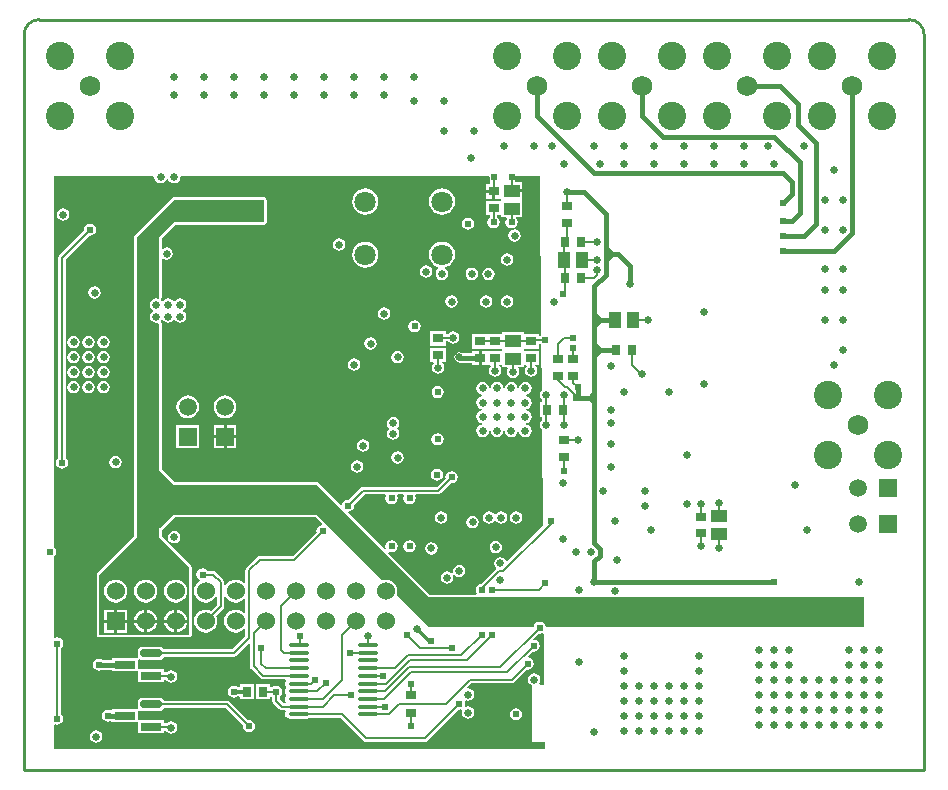
<source format=gbl>
%FSLAX44Y44*%
%MOMM*%
G71*
G01*
G75*
G04 Layer_Physical_Order=4*
G04 Layer_Color=16711680*
%ADD10R,1.8034X1.1176*%
%ADD11R,5.3000X5.3000*%
%ADD12O,1.6500X0.2700*%
%ADD13O,0.2700X1.6500*%
%ADD14R,1.2700X1.2700*%
%ADD15R,0.7000X0.9000*%
%ADD16R,0.8000X0.9000*%
%ADD17R,0.9000X0.8000*%
%ADD18R,2.5400X1.6510*%
G04:AMPARAMS|DCode=19|XSize=1.651mm|YSize=2.54mm|CornerRadius=0.4128mm|HoleSize=0mm|Usage=FLASHONLY|Rotation=270.000|XOffset=0mm|YOffset=0mm|HoleType=Round|Shape=RoundedRectangle|*
%AMROUNDEDRECTD19*
21,1,1.6510,1.7145,0,0,270.0*
21,1,0.8255,2.5400,0,0,270.0*
1,1,0.8255,-0.8572,-0.4128*
1,1,0.8255,-0.8572,0.4128*
1,1,0.8255,0.8572,0.4128*
1,1,0.8255,0.8572,-0.4128*
%
%ADD19ROUNDEDRECTD19*%
%ADD20R,0.9000X0.7000*%
%ADD21R,1.7000X1.1000*%
%ADD22R,1.0000X2.7000*%
%ADD23R,3.2000X2.7000*%
%ADD24R,0.6096X0.5588*%
%ADD25R,2.6924X1.1176*%
%ADD26R,0.5588X0.6096*%
%ADD27R,2.0000X6.0000*%
%ADD28R,1.4000X1.1000*%
%ADD29R,1.1000X1.7000*%
%ADD30R,1.1000X1.4000*%
G04:AMPARAMS|DCode=31|XSize=1mm|YSize=1.55mm|CornerRadius=0.25mm|HoleSize=0mm|Usage=FLASHONLY|Rotation=270.000|XOffset=0mm|YOffset=0mm|HoleType=Round|Shape=RoundedRectangle|*
%AMROUNDEDRECTD31*
21,1,1.0000,1.0500,0,0,270.0*
21,1,0.5000,1.5500,0,0,270.0*
1,1,0.5000,-0.5250,-0.2500*
1,1,0.5000,-0.5250,0.2500*
1,1,0.5000,0.5250,0.2500*
1,1,0.5000,0.5250,-0.2500*
%
%ADD31ROUNDEDRECTD31*%
%ADD32R,1.5500X1.0000*%
%ADD33R,3.3000X1.8000*%
%ADD34R,1.0000X1.5000*%
G04:AMPARAMS|DCode=35|XSize=1mm|YSize=1.5mm|CornerRadius=0.25mm|HoleSize=0mm|Usage=FLASHONLY|Rotation=180.000|XOffset=0mm|YOffset=0mm|HoleType=Round|Shape=RoundedRectangle|*
%AMROUNDEDRECTD35*
21,1,1.0000,1.0000,0,0,180.0*
21,1,0.5000,1.5000,0,0,180.0*
1,1,0.5000,-0.2500,0.5000*
1,1,0.5000,0.2500,0.5000*
1,1,0.5000,0.2500,-0.5000*
1,1,0.5000,-0.2500,-0.5000*
%
%ADD35ROUNDEDRECTD35*%
%ADD36R,2.3876X3.0988*%
%ADD37R,1.9812X0.4608*%
%ADD38R,0.6000X0.8500*%
%ADD39C,0.2032*%
%ADD40C,0.3048*%
%ADD41C,1.2700*%
%ADD42C,0.4064*%
%ADD43C,0.4277*%
%ADD44C,0.3999*%
%ADD45C,0.4572*%
%ADD46C,0.7620*%
%ADD47C,0.6350*%
%ADD48C,0.2540*%
%ADD49R,6.8580X10.1600*%
%ADD50R,8.8900X8.8900*%
%ADD51R,12.7000X8.8900*%
%ADD52R,1.5240X1.5240*%
%ADD53C,1.5240*%
%ADD54C,1.8000*%
%ADD55C,1.7272*%
%ADD56C,2.4000*%
%ADD57C,1.5000*%
%ADD58R,1.5000X1.5000*%
%ADD59R,1.5000X1.5000*%
%ADD60C,0.6096*%
%ADD61C,0.6350*%
%ADD62C,0.6600*%
%ADD63C,1.0160*%
%ADD64C,1.0160*%
%ADD65C,0.3810*%
%ADD66R,4.5720X4.4450*%
%ADD67R,6.9850X1.7780*%
%ADD68C,2.0320*%
G04:AMPARAMS|DCode=69|XSize=2.524mm|YSize=2.524mm|CornerRadius=0mm|HoleSize=0mm|Usage=FLASHONLY|Rotation=0.000|XOffset=0mm|YOffset=0mm|HoleType=Round|Shape=Relief|Width=0.254mm|Gap=0.254mm|Entries=4|*
%AMTHD69*
7,0,0,2.5240,2.0160,0.2540,45*
%
%ADD69THD69*%
%ADD70C,2.0160*%
%ADD71C,2.0828*%
%ADD72C,2.8160*%
%ADD73C,1.9160*%
G04:AMPARAMS|DCode=74|XSize=2.424mm|YSize=2.424mm|CornerRadius=0mm|HoleSize=0mm|Usage=FLASHONLY|Rotation=0.000|XOffset=0mm|YOffset=0mm|HoleType=Round|Shape=Relief|Width=0.254mm|Gap=0.254mm|Entries=4|*
%AMTHD74*
7,0,0,2.4240,1.9160,0.2540,45*
%
%ADD74THD74*%
%ADD75C,1.3208*%
%ADD76C,1.3970*%
%ADD77C,1.3460*%
%ADD78R,4.4450X4.4450*%
G04:AMPARAMS|DCode=79|XSize=2.54mm|YSize=2.54mm|CornerRadius=0mm|HoleSize=0mm|Usage=FLASHONLY|Rotation=0.000|XOffset=0mm|YOffset=0mm|HoleType=Round|Shape=Relief|Width=0.254mm|Gap=0.254mm|Entries=4|*
%AMTHD79*
7,0,0,2.5400,2.0320,0.2540,45*
%
%ADD79THD79*%
G04:AMPARAMS|DCode=80|XSize=3.324mm|YSize=3.324mm|CornerRadius=0mm|HoleSize=0mm|Usage=FLASHONLY|Rotation=0.000|XOffset=0mm|YOffset=0mm|HoleType=Round|Shape=Relief|Width=0.254mm|Gap=0.254mm|Entries=4|*
%AMTHD80*
7,0,0,3.3240,2.8160,0.2540,45*
%
%ADD80THD80*%
%ADD81R,1.8000X0.7000*%
G04:AMPARAMS|DCode=82|XSize=0.7mm|YSize=1.8mm|CornerRadius=0.175mm|HoleSize=0mm|Usage=FLASHONLY|Rotation=90.000|XOffset=0mm|YOffset=0mm|HoleType=Round|Shape=RoundedRectangle|*
%AMROUNDEDRECTD82*
21,1,0.7000,1.4500,0,0,90.0*
21,1,0.3500,1.8000,0,0,90.0*
1,1,0.3500,0.7250,0.1750*
1,1,0.3500,0.7250,-0.1750*
1,1,0.3500,-0.7250,-0.1750*
1,1,0.3500,-0.7250,0.1750*
%
%ADD82ROUNDEDRECTD82*%
%ADD83O,1.8500X0.3500*%
G36*
X393700Y659130D02*
X317500D01*
X304800Y646430D01*
Y595085D01*
X303818Y594279D01*
X302260Y594589D01*
X300228Y594185D01*
X298506Y593034D01*
X297355Y591312D01*
X296951Y589280D01*
X297355Y587248D01*
X298506Y585526D01*
X299540Y584835D01*
Y583565D01*
X298506Y582874D01*
X297355Y581152D01*
X296951Y579120D01*
X297355Y577088D01*
X298506Y575366D01*
X300228Y574215D01*
X302260Y573811D01*
X303818Y574121D01*
X304800Y573315D01*
Y447921D01*
X305973Y448407D01*
X317500Y436880D01*
X438150D01*
X533400Y341630D01*
X901700D01*
Y316230D01*
X631984D01*
X631685Y317732D01*
X630563Y319412D01*
X628882Y320535D01*
X626900Y320929D01*
X624918Y320535D01*
X623237Y319412D01*
X622115Y317732D01*
X621816Y316230D01*
X533400D01*
X505817Y343813D01*
X505974Y344190D01*
X506305Y346710D01*
X505974Y349230D01*
X505001Y351578D01*
X503454Y353594D01*
X501438Y355141D01*
X499090Y356114D01*
X496570Y356445D01*
X494050Y356114D01*
X493673Y355957D01*
X438150Y411480D01*
X317500D01*
X305973Y399953D01*
X304800Y400439D01*
Y392430D01*
X311150Y386080D01*
X330200Y367030D01*
Y309880D01*
X254000D01*
Y360680D01*
X285750Y392430D01*
Y646430D01*
X317500Y678180D01*
X393700D01*
Y659130D01*
D02*
G37*
G36*
X628442Y563259D02*
X628177Y563083D01*
X627807Y562528D01*
X626292D01*
Y564212D01*
X613552D01*
Y566212D01*
X595488D01*
Y564212D01*
X570048D01*
Y552148D01*
X595488D01*
Y551148D01*
Y550212D01*
X577850D01*
Y544177D01*
Y538148D01*
X584843D01*
X585442Y537028D01*
X584375Y535432D01*
X583971Y533400D01*
X584375Y531368D01*
X585526Y529646D01*
X587248Y528495D01*
X589280Y528091D01*
X591312Y528495D01*
X593034Y529646D01*
X594185Y531368D01*
X594589Y533400D01*
X594185Y535432D01*
X593034Y537154D01*
X592388Y537586D01*
Y538148D01*
X595488D01*
Y536148D01*
X599426D01*
X600024Y535028D01*
X599615Y534416D01*
X599211Y532384D01*
X599615Y530352D01*
X600766Y528630D01*
X602488Y527479D01*
X604520Y527075D01*
X606552Y527479D01*
X608274Y528630D01*
X609425Y530352D01*
X609829Y532384D01*
X609425Y534416D01*
X608274Y536138D01*
X608274D01*
Y536138D01*
Y536138D01*
X608277Y536148D01*
X613552D01*
Y538148D01*
X615323D01*
X615922Y537028D01*
X614855Y535432D01*
X614451Y533400D01*
X614855Y531368D01*
X616006Y529646D01*
X617728Y528495D01*
X619760Y528091D01*
X621792Y528495D01*
X623514Y529646D01*
X624665Y531368D01*
X625069Y533400D01*
X624665Y535432D01*
X623514Y537154D01*
X622868Y537586D01*
Y538148D01*
X626292D01*
Y550212D01*
X613552D01*
Y551148D01*
Y552148D01*
X626292D01*
Y556312D01*
X627807D01*
X628177Y555757D01*
X628503Y555540D01*
X628806Y516901D01*
X628706Y516834D01*
X627555Y515112D01*
X627151Y513080D01*
X627555Y511048D01*
X628706Y509326D01*
X628867Y509219D01*
X628877Y507814D01*
X627983Y506912D01*
X627048D01*
Y493848D01*
X628987D01*
X629005Y491634D01*
X628706Y491434D01*
X627555Y489712D01*
X627151Y487680D01*
X627555Y485648D01*
X628706Y483926D01*
X629067Y483685D01*
X629710Y401814D01*
X599791Y371895D01*
X598615Y372252D01*
X597464Y373974D01*
X595742Y375125D01*
X593710Y375529D01*
X591678Y375125D01*
X589956Y373974D01*
X588805Y372252D01*
X588401Y370220D01*
X588805Y368188D01*
X589956Y366466D01*
X590028Y365734D01*
X577057Y352763D01*
X576067Y352566D01*
X574387Y351443D01*
X573264Y349763D01*
X572870Y347781D01*
X573264Y345799D01*
X573917Y344822D01*
X573318Y343702D01*
X534258D01*
X498974Y378986D01*
X499668Y380025D01*
X501650Y379631D01*
X503632Y380025D01*
X505312Y381147D01*
X506435Y382828D01*
X506829Y384810D01*
X506435Y386792D01*
X505312Y388473D01*
X503632Y389595D01*
X501650Y389990D01*
X499668Y389595D01*
X497988Y388473D01*
X496865Y386792D01*
X496470Y384810D01*
X496865Y382828D01*
X495826Y382134D01*
X464548Y413412D01*
X464820Y413921D01*
X466802Y414315D01*
X468483Y415438D01*
X469605Y417118D01*
X470000Y419100D01*
X469869Y419754D01*
X478807Y428692D01*
X496360D01*
X496958Y427572D01*
X496865Y427432D01*
X496470Y425450D01*
X496865Y423468D01*
X497988Y421787D01*
X499668Y420665D01*
X501650Y420271D01*
X503632Y420665D01*
X505312Y421787D01*
X506435Y423468D01*
X506829Y425450D01*
X506435Y427432D01*
X506342Y427572D01*
X506940Y428692D01*
X511600D01*
X512198Y427572D01*
X512105Y427432D01*
X511711Y425450D01*
X512105Y423468D01*
X513228Y421787D01*
X514908Y420665D01*
X516890Y420270D01*
X518872Y420665D01*
X520552Y421787D01*
X521675Y423468D01*
X522070Y425450D01*
X521675Y427432D01*
X521582Y427572D01*
X522180Y428692D01*
X541020D01*
X542209Y428929D01*
X543218Y429603D01*
X551796Y438181D01*
X552450Y438050D01*
X554432Y438445D01*
X556113Y439567D01*
X557235Y441248D01*
X557630Y443230D01*
X557235Y445212D01*
X556113Y446893D01*
X554432Y448015D01*
X552450Y448410D01*
X550468Y448015D01*
X548787Y446893D01*
X547665Y445212D01*
X547271Y443230D01*
X547401Y442576D01*
X539733Y434908D01*
X477520D01*
X476331Y434671D01*
X475322Y433997D01*
X465474Y424149D01*
X464820Y424280D01*
X462838Y423885D01*
X461157Y422762D01*
X460035Y421082D01*
X459774Y419770D01*
X458559Y419402D01*
X439615Y438345D01*
X438943Y438794D01*
X438150Y438952D01*
X438150Y438952D01*
X318358D01*
X307438Y449872D01*
X306872Y450250D01*
Y573315D01*
X306852Y573416D01*
X306862Y573518D01*
X306773Y573810D01*
X306714Y574108D01*
X306657Y574193D01*
X306627Y574292D01*
X306434Y574527D01*
X306265Y574780D01*
X306180Y574837D01*
X306114Y574917D01*
X305997Y575013D01*
X306014Y575366D01*
X306705Y576400D01*
X307975D01*
X308666Y575366D01*
X310388Y574215D01*
X312420Y573811D01*
X314452Y574215D01*
X316174Y575366D01*
X316865Y576400D01*
X318135D01*
X318826Y575366D01*
X320548Y574215D01*
X322580Y573811D01*
X324612Y574215D01*
X326334Y575366D01*
X327485Y577088D01*
X327889Y579120D01*
X327485Y581152D01*
X326334Y582874D01*
X324612Y584025D01*
X326334Y585526D01*
D01*
X326334Y585526D01*
X326334Y585526D01*
X326334Y585526D01*
X326334Y585526D01*
D01*
X327485Y587248D01*
X327889Y589280D01*
X327485Y591312D01*
X326334Y593034D01*
X324612Y594185D01*
X322580Y594589D01*
X320548Y594185D01*
X318826Y593034D01*
X318135Y592000D01*
X316865D01*
X316174Y593034D01*
X314452Y594185D01*
X312420Y594589D01*
X310388Y594185D01*
X308666Y593034D01*
X307975Y592000D01*
X306705D01*
X306014Y593034D01*
X305997Y593387D01*
X306114Y593483D01*
X306180Y593563D01*
X306265Y593620D01*
X306434Y593873D01*
X306627Y594108D01*
X306657Y594206D01*
X306714Y594292D01*
X306773Y594590D01*
X306862Y594882D01*
X306852Y594984D01*
X306872Y595085D01*
Y627709D01*
X307992Y628308D01*
X309118Y627555D01*
X311150Y627151D01*
X313182Y627555D01*
X314904Y628706D01*
X316055Y630428D01*
X316459Y632460D01*
X316055Y634492D01*
X314904Y636214D01*
X313182Y637365D01*
X311150Y637769D01*
X309118Y637365D01*
X307992Y636612D01*
X306872Y637211D01*
Y645572D01*
X318358Y657058D01*
X393700D01*
X394493Y657216D01*
X395165Y657665D01*
X395614Y658337D01*
X395772Y659130D01*
Y678180D01*
X395614Y678973D01*
X395165Y679645D01*
X394493Y680094D01*
X393700Y680252D01*
X317500D01*
X317500Y680252D01*
X316707Y680094D01*
X316035Y679645D01*
X284285Y647895D01*
X283836Y647223D01*
X283678Y646430D01*
X283678Y646430D01*
Y393288D01*
X252535Y362145D01*
X252086Y361473D01*
X251928Y360680D01*
X251928Y360680D01*
Y309880D01*
X252086Y309087D01*
X252535Y308415D01*
X253207Y307966D01*
X254000Y307808D01*
X330200D01*
X330993Y307966D01*
X331665Y308415D01*
X332114Y309087D01*
X332272Y309880D01*
Y367030D01*
X332114Y367823D01*
X331934Y368092D01*
X331665Y368495D01*
X331665Y368495D01*
X312615Y387545D01*
X312615Y387545D01*
X306872Y393288D01*
Y398110D01*
X307438Y398488D01*
X318358Y409408D01*
X437292D01*
X442929Y403772D01*
X442560Y402556D01*
X441248Y402295D01*
X439567Y401172D01*
X438445Y399492D01*
X438050Y397510D01*
X438181Y396856D01*
X417813Y376488D01*
X389890D01*
X388701Y376251D01*
X387692Y375578D01*
X378802Y366688D01*
X378129Y365679D01*
X377892Y364490D01*
Y353695D01*
X376690Y353287D01*
X376454Y353594D01*
X374438Y355141D01*
X372090Y356114D01*
X369570Y356445D01*
X367050Y356114D01*
X364702Y355141D01*
X362686Y353594D01*
X361180Y351632D01*
X360231Y351954D01*
X359978Y352059D01*
Y354330D01*
X359741Y355519D01*
X359067Y356527D01*
X352718Y362878D01*
X351709Y363551D01*
X350520Y363788D01*
X345730D01*
X345293Y364442D01*
X343612Y365565D01*
X341630Y365959D01*
X339648Y365565D01*
X337967Y364442D01*
X336845Y362762D01*
X336451Y360779D01*
X336845Y358797D01*
X337967Y357117D01*
X338681Y356640D01*
X339180Y355436D01*
X339193Y355057D01*
X337286Y353594D01*
X335739Y351578D01*
X334766Y349230D01*
X334435Y346710D01*
X334766Y344190D01*
X335739Y341842D01*
X337286Y339826D01*
X339302Y338279D01*
X341650Y337306D01*
X344170Y336975D01*
X346690Y337306D01*
X349038Y338279D01*
X351054Y339826D01*
X352560Y341788D01*
X353509Y341466D01*
X353762Y341361D01*
Y335297D01*
X348450Y329985D01*
X346690Y330714D01*
X344170Y331045D01*
X341650Y330714D01*
X339302Y329741D01*
X337286Y328194D01*
X335739Y326178D01*
X334766Y323830D01*
X334435Y321310D01*
X334766Y318790D01*
X335739Y316442D01*
X337286Y314426D01*
X339302Y312879D01*
X341650Y311906D01*
X344170Y311575D01*
X346690Y311906D01*
X349038Y312879D01*
X351054Y314426D01*
X352601Y316442D01*
X353574Y318790D01*
X353905Y321310D01*
X353574Y323830D01*
X352845Y325590D01*
X359067Y331813D01*
X359741Y332821D01*
X359978Y334010D01*
X359978Y334010D01*
X359978Y334010D01*
Y334010D01*
Y341361D01*
X360231Y341466D01*
X361180Y341788D01*
X362686Y339826D01*
X364702Y338279D01*
X367050Y337306D01*
X369570Y336975D01*
X372090Y337306D01*
X374438Y338279D01*
X376454Y339826D01*
X376690Y340133D01*
X377892Y339725D01*
Y328295D01*
X376690Y327887D01*
X376454Y328194D01*
X374438Y329741D01*
X372090Y330714D01*
X369570Y331045D01*
X367050Y330714D01*
X364702Y329741D01*
X362686Y328194D01*
X361139Y326178D01*
X360166Y323830D01*
X359835Y321310D01*
X360166Y318790D01*
X361139Y316442D01*
X362686Y314426D01*
X364702Y312879D01*
X367050Y311906D01*
X369570Y311575D01*
X372090Y311906D01*
X374438Y312879D01*
X376454Y314426D01*
X376690Y314733D01*
X377892Y314325D01*
Y308627D01*
X366759Y297494D01*
X308390D01*
X307747Y298457D01*
X306496Y299293D01*
X305020Y299586D01*
X290520D01*
X289044Y299293D01*
X287793Y298457D01*
X286957Y297206D01*
X286664Y295730D01*
Y292230D01*
X286910Y290994D01*
X286417Y290393D01*
X285846Y290012D01*
X265238D01*
Y288624D01*
X256942D01*
X255982Y289265D01*
X254000Y289660D01*
X252018Y289265D01*
X250338Y288143D01*
X249215Y286462D01*
X248820Y284480D01*
X249215Y282498D01*
X250338Y280818D01*
X252018Y279695D01*
X254000Y279300D01*
X255982Y279695D01*
X256942Y280336D01*
X265238D01*
Y278948D01*
X286738D01*
Y269448D01*
X308802D01*
Y271872D01*
X310333D01*
X311206Y270566D01*
X312928Y269415D01*
X314960Y269011D01*
X316992Y269415D01*
X318714Y270566D01*
X319865Y272288D01*
X320269Y274320D01*
X319865Y276352D01*
X318714Y278074D01*
X316992Y279225D01*
X314960Y279629D01*
X312928Y279225D01*
X311227Y278088D01*
X308802D01*
Y280512D01*
X287302D01*
Y288485D01*
X288422Y289083D01*
X289044Y288667D01*
X290520Y288374D01*
X305020D01*
X306496Y288667D01*
X307747Y289503D01*
X308582Y290754D01*
X308687Y291278D01*
X368046D01*
X369235Y291515D01*
X370243Y292188D01*
X380783Y302728D01*
X381956Y302242D01*
Y282956D01*
X381956Y282956D01*
X381956D01*
X382193Y281767D01*
X382867Y280758D01*
X390793Y272833D01*
X391801Y272159D01*
X392990Y271922D01*
X411741D01*
X412340Y270802D01*
X411807Y270006D01*
X411514Y268530D01*
X411807Y267054D01*
X412643Y265803D01*
Y264757D01*
X411807Y263506D01*
X411514Y262030D01*
X411807Y260554D01*
X412643Y259303D01*
Y258257D01*
X411807Y257006D01*
X411514Y255530D01*
X411807Y254054D01*
X412340Y253258D01*
X411741Y252138D01*
X410117D01*
X406968Y255287D01*
Y257587D01*
X407523Y257957D01*
X408645Y259638D01*
X409039Y261620D01*
X408645Y263602D01*
X407523Y265282D01*
X405842Y266405D01*
X403860Y266800D01*
X401878Y266405D01*
X400232Y265306D01*
X399887Y265490D01*
X399112Y266008D01*
Y268152D01*
X387048D01*
Y255088D01*
X399112D01*
Y257232D01*
X399632Y257580D01*
X400116Y257321D01*
X400752Y256131D01*
Y254000D01*
X400752Y254000D01*
X400752D01*
X400989Y252811D01*
X401662Y251803D01*
X406632Y246833D01*
X407641Y246159D01*
X408830Y245922D01*
X411741D01*
X412340Y244802D01*
X411807Y244006D01*
X411514Y242530D01*
X411807Y241054D01*
X412643Y239803D01*
X413894Y238967D01*
X415370Y238674D01*
X430370D01*
X431846Y238967D01*
X432526Y239422D01*
X458493D01*
X477863Y220053D01*
X478871Y219379D01*
X478871Y219379D01*
X478871Y219379D01*
D01*
X478871Y219379D01*
X478871Y219379D01*
X480060Y219142D01*
X529590D01*
X530779Y219379D01*
X531787Y220053D01*
X531787Y220053D01*
X531787Y220053D01*
X558146Y246411D01*
X558800Y246280D01*
X560591Y246637D01*
X561489Y245739D01*
X561111Y243840D01*
X561515Y241808D01*
X562666Y240086D01*
X564388Y238935D01*
X566420Y238531D01*
X568452Y238935D01*
X570174Y240086D01*
X571325Y241808D01*
X571729Y243840D01*
X571325Y245872D01*
X570174Y247594D01*
X568452Y248745D01*
X566420Y249149D01*
X564521Y248771D01*
X563623Y249669D01*
X563979Y251460D01*
X563623Y253251D01*
X564521Y254149D01*
X566420Y253771D01*
X568452Y254175D01*
X570174Y255326D01*
X571325Y257048D01*
X571729Y259080D01*
X571325Y261112D01*
X570174Y262834D01*
X568452Y263985D01*
X566420Y264389D01*
X566411Y264387D01*
X565812Y265507D01*
X568977Y268672D01*
X603250D01*
X604439Y268909D01*
X605448Y269583D01*
X616246Y280381D01*
X616900Y280250D01*
X618882Y280645D01*
X620563Y281768D01*
X621685Y283448D01*
X622080Y285430D01*
X621685Y287412D01*
X620563Y289093D01*
X618882Y290215D01*
X616900Y290609D01*
X616696Y290991D01*
X621246Y295541D01*
X621900Y295410D01*
X623882Y295805D01*
X625563Y296928D01*
X626685Y298608D01*
X627080Y300590D01*
X626685Y302572D01*
X625563Y304252D01*
X623882Y305375D01*
X621900Y305770D01*
X621696Y306151D01*
X626246Y310701D01*
X626900Y310571D01*
X628882Y310965D01*
X629304Y311246D01*
X630426Y310652D01*
X630758Y268403D01*
X629863Y267502D01*
X627051D01*
X626452Y268622D01*
X627205Y269748D01*
X627609Y271780D01*
X627205Y273812D01*
X626054Y275534D01*
X624332Y276685D01*
X622300Y277089D01*
X620268Y276685D01*
X618546Y275534D01*
X617395Y273812D01*
X616991Y271780D01*
X617395Y269748D01*
X618546Y268026D01*
X620268Y266875D01*
X620480Y266364D01*
X620386Y266223D01*
X620228Y265430D01*
Y220980D01*
X620386Y220187D01*
X620835Y219515D01*
X621507Y219066D01*
X622300Y218908D01*
X631146D01*
X631183Y214261D01*
X630288Y213360D01*
X215900D01*
Y233085D01*
X216882Y233890D01*
X218440Y233580D01*
X220422Y233975D01*
X222103Y235098D01*
X223225Y236778D01*
X223619Y238760D01*
X223225Y240742D01*
X222103Y242423D01*
X221668Y242713D01*
Y298347D01*
X222222Y298717D01*
X223345Y300398D01*
X223739Y302380D01*
X223345Y304362D01*
X222222Y306042D01*
X220542Y307165D01*
X218560Y307560D01*
X216882Y307226D01*
X215900Y308031D01*
Y376322D01*
X216222Y376538D01*
X217345Y378218D01*
X217740Y380200D01*
X217345Y382182D01*
X216222Y383862D01*
X215900Y384078D01*
Y698500D01*
X300013D01*
X300818Y697518D01*
X300761Y697230D01*
X301165Y695198D01*
X302316Y693476D01*
X304038Y692325D01*
X306070Y691921D01*
X308102Y692325D01*
X309824Y693476D01*
X310975Y695198D01*
X311150Y696079D01*
X312420D01*
X312595Y695198D01*
X313746Y693476D01*
X315468Y692325D01*
X317500Y691921D01*
X319532Y692325D01*
X321254Y693476D01*
X322405Y695198D01*
X322809Y697230D01*
X322752Y697518D01*
X323557Y698500D01*
X584154D01*
X584960Y697518D01*
X584902Y697230D01*
Y691212D01*
X581478D01*
Y686450D01*
X588013D01*
Y685182D01*
X589280D01*
Y679148D01*
X594218D01*
Y678148D01*
Y677212D01*
X581478D01*
Y665148D01*
X584902D01*
Y663163D01*
X584347Y662793D01*
X583225Y661112D01*
X582831Y659130D01*
X583225Y657148D01*
X584347Y655468D01*
X586028Y654345D01*
X588010Y653951D01*
X589992Y654345D01*
X591673Y655468D01*
X592795Y657148D01*
X593190Y659130D01*
X592795Y661112D01*
X591673Y662793D01*
X591118Y663163D01*
Y665148D01*
X594218D01*
Y663148D01*
X598478D01*
X599077Y662028D01*
X598465Y661112D01*
X598070Y659130D01*
X598465Y657148D01*
X599588Y655468D01*
X601268Y654345D01*
X603250Y653951D01*
X605232Y654345D01*
X606912Y655468D01*
X608035Y657148D01*
X608429Y659130D01*
X608035Y661112D01*
X606912Y662793D01*
X607020Y663148D01*
X612282D01*
Y678148D01*
Y684410D01*
X603247D01*
Y686950D01*
X612282D01*
Y693212D01*
X606358D01*
Y697230D01*
X606121Y698419D01*
X606164Y698500D01*
X627380D01*
X628442Y563259D01*
D02*
G37*
%LPC*%
G36*
X607060Y414249D02*
X605028Y413845D01*
X603306Y412694D01*
X602155Y410972D01*
X601751Y408940D01*
X602155Y406908D01*
X603306Y405186D01*
X605028Y404035D01*
X607060Y403631D01*
X609092Y404035D01*
X610814Y405186D01*
X611965Y406908D01*
X612369Y408940D01*
X611965Y410972D01*
X610814Y412694D01*
X609092Y413845D01*
X607060Y414249D01*
D02*
G37*
G36*
X472440Y457429D02*
X470408Y457025D01*
X468686Y455874D01*
X467535Y454152D01*
X467131Y452120D01*
X467535Y450088D01*
X468686Y448366D01*
X470408Y447215D01*
X472440Y446811D01*
X474472Y447215D01*
X476194Y448366D01*
X477345Y450088D01*
X477749Y452120D01*
X477345Y454152D01*
X476194Y455874D01*
X474472Y457025D01*
X472440Y457429D01*
D02*
G37*
G36*
X540140Y450560D02*
X538158Y450165D01*
X536478Y449043D01*
X535355Y447362D01*
X534961Y445380D01*
X535355Y443398D01*
X536478Y441717D01*
X538158Y440595D01*
X540140Y440201D01*
X542122Y440595D01*
X543802Y441717D01*
X544925Y443398D01*
X545320Y445380D01*
X544925Y447362D01*
X543802Y449043D01*
X542122Y450165D01*
X540140Y450560D01*
D02*
G37*
G36*
X594360Y414249D02*
X592328Y413845D01*
X590606Y412694D01*
X589915Y411660D01*
X588645D01*
X587954Y412694D01*
X586232Y413845D01*
X584200Y414249D01*
X582168Y413845D01*
X580446Y412694D01*
X579295Y410972D01*
X578891Y408940D01*
X579295Y406908D01*
X580446Y405186D01*
X582168Y404035D01*
X584200Y403631D01*
X586232Y404035D01*
X587954Y405186D01*
X588645Y406220D01*
X589915D01*
X590606Y405186D01*
X592328Y404035D01*
X594360Y403631D01*
X596392Y404035D01*
X598114Y405186D01*
X599265Y406908D01*
X599669Y408940D01*
X599265Y410972D01*
X598114Y412694D01*
X596392Y413845D01*
X594360Y414249D01*
D02*
G37*
G36*
X516890Y389990D02*
X514908Y389595D01*
X513228Y388473D01*
X512105Y386792D01*
X511711Y384810D01*
X512105Y382828D01*
X513228Y381148D01*
X514908Y380025D01*
X516890Y379631D01*
X518872Y380025D01*
X520552Y381148D01*
X521675Y382828D01*
X522070Y384810D01*
X521675Y386792D01*
X520552Y388473D01*
X518872Y389595D01*
X516890Y389990D01*
D02*
G37*
G36*
X589900Y389469D02*
X587868Y389065D01*
X586146Y387914D01*
X584995Y386192D01*
X584591Y384160D01*
X584995Y382128D01*
X586146Y380406D01*
X587868Y379255D01*
X589900Y378851D01*
X591932Y379255D01*
X593654Y380406D01*
X594805Y382128D01*
X595209Y384160D01*
X594805Y386192D01*
X593654Y387914D01*
X591932Y389065D01*
X589900Y389469D01*
D02*
G37*
G36*
X317500Y397739D02*
X315468Y397335D01*
X313746Y396184D01*
X312595Y394462D01*
X312191Y392430D01*
X312595Y390398D01*
X313746Y388676D01*
X315468Y387525D01*
X317500Y387121D01*
X319532Y387525D01*
X321254Y388676D01*
X322405Y390398D01*
X322809Y392430D01*
X322405Y394462D01*
X321254Y396184D01*
X319532Y397335D01*
X317500Y397739D01*
D02*
G37*
G36*
X543560Y414249D02*
X541528Y413845D01*
X539806Y412694D01*
X538655Y410972D01*
X538251Y408940D01*
X538655Y406908D01*
X539806Y405186D01*
X541528Y404035D01*
X543560Y403631D01*
X545592Y404035D01*
X547314Y405186D01*
X548465Y406908D01*
X548869Y408940D01*
X548465Y410972D01*
X547314Y412694D01*
X545592Y413845D01*
X543560Y414249D01*
D02*
G37*
G36*
X570230Y410439D02*
X568198Y410035D01*
X566476Y408884D01*
X565325Y407162D01*
X564921Y405130D01*
X565325Y403098D01*
X566476Y401376D01*
X568198Y400225D01*
X570230Y399821D01*
X572262Y400225D01*
X573984Y401376D01*
X575135Y403098D01*
X575539Y405130D01*
X575135Y407162D01*
X573984Y408884D01*
X572262Y410035D01*
X570230Y410439D01*
D02*
G37*
G36*
X267970Y461239D02*
X265938Y460835D01*
X264216Y459684D01*
X263065Y457962D01*
X262661Y455930D01*
X263065Y453898D01*
X264216Y452176D01*
X265938Y451025D01*
X267970Y450621D01*
X270002Y451025D01*
X271724Y452176D01*
X272875Y453898D01*
X273279Y455930D01*
X272875Y457962D01*
X271724Y459684D01*
X270002Y460835D01*
X267970Y461239D01*
D02*
G37*
G36*
X502920Y494259D02*
X500888Y493855D01*
X499166Y492704D01*
X498015Y490982D01*
X497611Y488950D01*
X498015Y486918D01*
X499166Y485196D01*
X499250Y485140D01*
Y483870D01*
X499166Y483814D01*
X498015Y482092D01*
X497611Y480060D01*
X498015Y478028D01*
X499166Y476306D01*
X500888Y475155D01*
X502920Y474751D01*
X504952Y475155D01*
X506674Y476306D01*
X507825Y478028D01*
X508229Y480060D01*
X507825Y482092D01*
X506674Y483814D01*
X506590Y483870D01*
Y485140D01*
X506674Y485196D01*
X507825Y486918D01*
X508229Y488950D01*
X507825Y490982D01*
X506674Y492704D01*
X504952Y493855D01*
X502920Y494259D01*
D02*
G37*
G36*
X540620Y480560D02*
X538638Y480165D01*
X536958Y479043D01*
X535835Y477362D01*
X535440Y475380D01*
X535835Y473398D01*
X536958Y471717D01*
X538638Y470595D01*
X540620Y470201D01*
X542602Y470595D01*
X544282Y471717D01*
X545405Y473398D01*
X545799Y475380D01*
X545405Y477362D01*
X544282Y479043D01*
X542602Y480165D01*
X540620Y480560D01*
D02*
G37*
G36*
X359410Y487052D02*
X351148D01*
Y478790D01*
X359410D01*
Y487052D01*
D02*
G37*
G36*
X328930Y512534D02*
X326442Y512207D01*
X324123Y511246D01*
X322132Y509718D01*
X320604Y507727D01*
X319643Y505408D01*
X319316Y502920D01*
X319643Y500432D01*
X320604Y498113D01*
X322132Y496122D01*
X324123Y494594D01*
X326442Y493633D01*
X328930Y493306D01*
X331418Y493633D01*
X333737Y494594D01*
X335728Y496122D01*
X337256Y498113D01*
X338217Y500432D01*
X338544Y502920D01*
X338217Y505408D01*
X337256Y507727D01*
X335728Y509718D01*
X333737Y511246D01*
X331418Y512207D01*
X328930Y512534D01*
D02*
G37*
G36*
X370212Y487052D02*
X361950D01*
Y478790D01*
X370212D01*
Y487052D01*
D02*
G37*
G36*
X477520Y475209D02*
X475488Y474805D01*
X473766Y473654D01*
X472615Y471932D01*
X472211Y469900D01*
X472615Y467868D01*
X473766Y466146D01*
X475488Y464995D01*
X477520Y464591D01*
X479552Y464995D01*
X481274Y466146D01*
X482425Y467868D01*
X482829Y469900D01*
X482425Y471932D01*
X481274Y473654D01*
X479552Y474805D01*
X477520Y475209D01*
D02*
G37*
G36*
X506730Y465049D02*
X504698Y464645D01*
X502976Y463494D01*
X501825Y461772D01*
X501421Y459740D01*
X501825Y457708D01*
X502976Y455986D01*
X504698Y454835D01*
X506730Y454431D01*
X508762Y454835D01*
X510484Y455986D01*
X511635Y457708D01*
X512039Y459740D01*
X511635Y461772D01*
X510484Y463494D01*
X508762Y464645D01*
X506730Y465049D01*
D02*
G37*
G36*
X338462Y487052D02*
X319398D01*
Y467988D01*
X338462D01*
Y487052D01*
D02*
G37*
G36*
X370212Y476250D02*
X361950D01*
Y467988D01*
X370212D01*
Y476250D01*
D02*
G37*
G36*
X359410D02*
X351148D01*
Y467988D01*
X359410D01*
Y476250D01*
D02*
G37*
G36*
X535290Y388229D02*
X533258Y387825D01*
X531536Y386674D01*
X530385Y384952D01*
X529981Y382920D01*
X530385Y380888D01*
X531536Y379166D01*
X533258Y378015D01*
X535290Y377611D01*
X537322Y378015D01*
X539044Y379166D01*
X540195Y380888D01*
X540599Y382920D01*
X540195Y384952D01*
X539044Y386674D01*
X537322Y387825D01*
X535290Y388229D01*
D02*
G37*
G36*
X292100Y320040D02*
X283802D01*
X283966Y318790D01*
X284939Y316442D01*
X286486Y314426D01*
X288502Y312879D01*
X290850Y311906D01*
X292100Y311742D01*
Y320040D01*
D02*
G37*
G36*
X277622D02*
X269240D01*
Y311658D01*
X277622D01*
Y320040D01*
D02*
G37*
G36*
X302938D02*
X294640D01*
Y311742D01*
X295890Y311906D01*
X298238Y312879D01*
X300254Y314426D01*
X301801Y316442D01*
X302774Y318790D01*
X302938Y320040D01*
D02*
G37*
G36*
X328338D02*
X320040D01*
Y311742D01*
X321290Y311906D01*
X323638Y312879D01*
X325654Y314426D01*
X327201Y316442D01*
X328174Y318790D01*
X328338Y320040D01*
D02*
G37*
G36*
X317500D02*
X309202D01*
X309366Y318790D01*
X310339Y316442D01*
X311886Y314426D01*
X313902Y312879D01*
X316250Y311906D01*
X317500Y311742D01*
Y320040D01*
D02*
G37*
G36*
X305020Y256406D02*
X290520D01*
X289044Y256113D01*
X287793Y255277D01*
X286957Y254026D01*
X286664Y252550D01*
Y249050D01*
X286910Y247814D01*
X286417Y247213D01*
X285846Y246832D01*
X265238D01*
Y246339D01*
X264118Y245741D01*
X263602Y246085D01*
X261620Y246479D01*
X259638Y246085D01*
X257957Y244963D01*
X256835Y243282D01*
X256441Y241300D01*
X256835Y239318D01*
X257957Y237638D01*
X259638Y236515D01*
X261620Y236120D01*
X263602Y236515D01*
X264118Y236859D01*
X265238Y236261D01*
Y235768D01*
X286738D01*
Y226268D01*
X308802D01*
Y228692D01*
X310333D01*
X311206Y227386D01*
X312928Y226235D01*
X314960Y225831D01*
X316992Y226235D01*
X318714Y227386D01*
X319865Y229108D01*
X320269Y231140D01*
X319865Y233172D01*
X318714Y234894D01*
X316992Y236045D01*
X314960Y236449D01*
X312928Y236045D01*
X311227Y234908D01*
X308802D01*
Y237332D01*
X287302D01*
Y245305D01*
X288422Y245903D01*
X289044Y245487D01*
X290520Y245194D01*
X305020D01*
X306496Y245487D01*
X307747Y246323D01*
X308582Y247574D01*
X308606Y247692D01*
X361323D01*
X375771Y233244D01*
X375640Y232590D01*
X376035Y230608D01*
X377158Y228927D01*
X378838Y227805D01*
X380820Y227411D01*
X382802Y227805D01*
X384482Y228927D01*
X385605Y230608D01*
X385999Y232590D01*
X385605Y234572D01*
X384482Y236252D01*
X382802Y237375D01*
X380820Y237770D01*
X380166Y237639D01*
X364808Y252997D01*
X363799Y253671D01*
X362610Y253908D01*
X308606D01*
X308582Y254026D01*
X307747Y255277D01*
X306496Y256113D01*
X305020Y256406D01*
D02*
G37*
G36*
X251460Y228829D02*
X249428Y228425D01*
X247706Y227274D01*
X246555Y225552D01*
X246151Y223520D01*
X246555Y221488D01*
X247706Y219766D01*
X249428Y218615D01*
X251460Y218211D01*
X253492Y218615D01*
X255214Y219766D01*
X256365Y221488D01*
X256769Y223520D01*
X256365Y225552D01*
X255214Y227274D01*
X253492Y228425D01*
X251460Y228829D01*
D02*
G37*
G36*
X607060Y247750D02*
X605078Y247355D01*
X603397Y246232D01*
X602275Y244552D01*
X601880Y242570D01*
X602275Y240588D01*
X603397Y238908D01*
X605078Y237785D01*
X607060Y237390D01*
X609042Y237785D01*
X610723Y238908D01*
X611845Y240588D01*
X612239Y242570D01*
X611845Y244552D01*
X610723Y246232D01*
X609042Y247355D01*
X607060Y247750D01*
D02*
G37*
G36*
X266700Y320040D02*
X258318D01*
Y311658D01*
X266700D01*
Y320040D01*
D02*
G37*
G36*
X385112Y268152D02*
X373048D01*
Y266008D01*
X372273Y265490D01*
X371928Y265306D01*
X370282Y266405D01*
X368300Y266800D01*
X366318Y266405D01*
X364637Y265282D01*
X363515Y263602D01*
X363120Y261620D01*
X363515Y259638D01*
X364637Y257957D01*
X366318Y256835D01*
X368300Y256441D01*
X370282Y256835D01*
X371928Y257934D01*
X372273Y257750D01*
X373048Y257232D01*
Y255088D01*
X385112D01*
Y268152D01*
D02*
G37*
G36*
X267970Y356445D02*
X265450Y356114D01*
X263102Y355141D01*
X261086Y353594D01*
X259539Y351578D01*
X258566Y349230D01*
X258235Y346710D01*
X258566Y344190D01*
X259539Y341842D01*
X261086Y339826D01*
X263102Y338279D01*
X265450Y337306D01*
X267970Y336975D01*
X270490Y337306D01*
X272838Y338279D01*
X274854Y339826D01*
X276401Y341842D01*
X277374Y344190D01*
X277705Y346710D01*
X277374Y349230D01*
X276401Y351578D01*
X274854Y353594D01*
X272838Y355141D01*
X270490Y356114D01*
X267970Y356445D01*
D02*
G37*
G36*
X320040Y330878D02*
Y322580D01*
X328338D01*
X328174Y323830D01*
X327201Y326178D01*
X325654Y328194D01*
X323638Y329741D01*
X321290Y330714D01*
X320040Y330878D01*
D02*
G37*
G36*
X293370Y356445D02*
X290850Y356114D01*
X288502Y355141D01*
X286486Y353594D01*
X284939Y351578D01*
X283966Y349230D01*
X283635Y346710D01*
X283966Y344190D01*
X284939Y341842D01*
X286486Y339826D01*
X288502Y338279D01*
X290850Y337306D01*
X293370Y336975D01*
X295890Y337306D01*
X298238Y338279D01*
X300254Y339826D01*
X301801Y341842D01*
X302774Y344190D01*
X303105Y346710D01*
X302774Y349230D01*
X301801Y351578D01*
X300254Y353594D01*
X298238Y355141D01*
X295890Y356114D01*
X293370Y356445D01*
D02*
G37*
G36*
X558800Y369149D02*
X556768Y368745D01*
X555046Y367594D01*
X553895Y365872D01*
X553491Y363840D01*
X553872Y361924D01*
X552699Y361438D01*
X552394Y361894D01*
X550672Y363045D01*
X548640Y363449D01*
X546608Y363045D01*
X544886Y361894D01*
X543735Y360172D01*
X543331Y358140D01*
X543735Y356108D01*
X544886Y354386D01*
X546608Y353235D01*
X548640Y352831D01*
X550672Y353235D01*
X552394Y354386D01*
X553545Y356108D01*
X553949Y358140D01*
X553568Y360056D01*
X554741Y360542D01*
X555046Y360086D01*
X556768Y358935D01*
X558800Y358531D01*
X560832Y358935D01*
X562554Y360086D01*
X563705Y361808D01*
X564109Y363840D01*
X563705Y365872D01*
X562554Y367594D01*
X560832Y368745D01*
X558800Y369149D01*
D02*
G37*
G36*
X318770Y356445D02*
X316250Y356114D01*
X313902Y355141D01*
X311886Y353594D01*
X310339Y351578D01*
X309366Y349230D01*
X309035Y346710D01*
X309366Y344190D01*
X310339Y341842D01*
X311886Y339826D01*
X313902Y338279D01*
X316250Y337306D01*
X318770Y336975D01*
X321290Y337306D01*
X323638Y338279D01*
X325654Y339826D01*
X327201Y341842D01*
X328174Y344190D01*
X328505Y346710D01*
X328174Y349230D01*
X327201Y351578D01*
X325654Y353594D01*
X323638Y355141D01*
X321290Y356114D01*
X318770Y356445D01*
D02*
G37*
G36*
X277622Y330962D02*
X269240D01*
Y322580D01*
X277622D01*
Y330962D01*
D02*
G37*
G36*
X266700D02*
X258318D01*
Y322580D01*
X266700D01*
Y330962D01*
D02*
G37*
G36*
X292100Y330878D02*
X290850Y330714D01*
X288502Y329741D01*
X286486Y328194D01*
X284939Y326178D01*
X283966Y323830D01*
X283802Y322580D01*
X292100D01*
Y330878D01*
D02*
G37*
G36*
X317500D02*
X316250Y330714D01*
X313902Y329741D01*
X311886Y328194D01*
X310339Y326178D01*
X309366Y323830D01*
X309202Y322580D01*
X317500D01*
Y330878D01*
D02*
G37*
G36*
X294640D02*
Y322580D01*
X302938D01*
X302774Y323830D01*
X301801Y326178D01*
X300254Y328194D01*
X298238Y329741D01*
X295890Y330714D01*
X294640Y330878D01*
D02*
G37*
G36*
X583580Y620609D02*
X581548Y620205D01*
X579826Y619054D01*
X578675Y617332D01*
X578271Y615300D01*
X578675Y613268D01*
X579826Y611546D01*
X581548Y610395D01*
X583580Y609991D01*
X585612Y610395D01*
X587334Y611546D01*
X588485Y613268D01*
X588889Y615300D01*
X588485Y617332D01*
X587334Y619054D01*
X585612Y620205D01*
X583580Y620609D01*
D02*
G37*
G36*
X250190Y604749D02*
X248158Y604345D01*
X246436Y603194D01*
X245285Y601472D01*
X244881Y599440D01*
X245285Y597408D01*
X246436Y595686D01*
X248158Y594535D01*
X250190Y594131D01*
X252222Y594535D01*
X253944Y595686D01*
X255095Y597408D01*
X255499Y599440D01*
X255095Y601472D01*
X253944Y603194D01*
X252222Y604345D01*
X250190Y604749D01*
D02*
G37*
G36*
X544310Y642677D02*
X541430Y642298D01*
X538746Y641186D01*
X536442Y639418D01*
X534674Y637114D01*
X533562Y634430D01*
X533183Y631550D01*
X533562Y628670D01*
X534674Y625986D01*
X536442Y623682D01*
X538746Y621914D01*
X541153Y620917D01*
X541277Y619653D01*
X540426Y619084D01*
X539275Y617362D01*
X538871Y615330D01*
X539275Y613298D01*
X540426Y611576D01*
X542148Y610425D01*
X544180Y610021D01*
X546212Y610425D01*
X547934Y611576D01*
X549085Y613298D01*
X549489Y615330D01*
X549085Y617362D01*
X547934Y619084D01*
X546228Y620224D01*
Y620224D01*
X546228D01*
X546212Y620235D01*
Y620235D01*
X546226Y620675D01*
X547190Y620802D01*
X549874Y621914D01*
X552178Y623682D01*
X553946Y625986D01*
X555058Y628670D01*
X555437Y631550D01*
X555058Y634430D01*
X553946Y637114D01*
X552178Y639418D01*
X549874Y641186D01*
X547190Y642298D01*
X544310Y642677D01*
D02*
G37*
G36*
X530860Y622529D02*
X528828Y622125D01*
X527106Y620974D01*
X525955Y619252D01*
X525551Y617220D01*
X525955Y615188D01*
X527106Y613466D01*
X528828Y612315D01*
X530860Y611911D01*
X532892Y612315D01*
X534614Y613466D01*
X535765Y615188D01*
X536169Y617220D01*
X535765Y619252D01*
X534614Y620974D01*
X532892Y622125D01*
X530860Y622529D01*
D02*
G37*
G36*
X569580Y620639D02*
X567548Y620235D01*
X565826Y619084D01*
X564675Y617362D01*
X564271Y615330D01*
X564675Y613298D01*
X565826Y611576D01*
X567548Y610425D01*
X569580Y610021D01*
X571612Y610425D01*
X573334Y611576D01*
X574485Y613298D01*
X574889Y615330D01*
X574485Y617362D01*
X573334Y619084D01*
X571612Y620235D01*
X569580Y620639D01*
D02*
G37*
G36*
X495300Y586969D02*
X493268Y586565D01*
X491546Y585414D01*
X490395Y583692D01*
X489991Y581660D01*
X490395Y579628D01*
X491546Y577906D01*
X493268Y576755D01*
X495300Y576351D01*
X497332Y576755D01*
X499054Y577906D01*
X500205Y579628D01*
X500609Y581660D01*
X500205Y583692D01*
X499054Y585414D01*
X497332Y586565D01*
X495300Y586969D01*
D02*
G37*
G36*
X521150Y576230D02*
X519168Y575835D01*
X517487Y574712D01*
X516365Y573032D01*
X515970Y571050D01*
X516365Y569068D01*
X517487Y567388D01*
X519168Y566265D01*
X521150Y565871D01*
X523132Y566265D01*
X524813Y567388D01*
X525935Y569068D01*
X526329Y571050D01*
X525935Y573032D01*
X524813Y574712D01*
X523132Y575835D01*
X521150Y576230D01*
D02*
G37*
G36*
X552450Y597129D02*
X550418Y596725D01*
X548696Y595574D01*
X547545Y593852D01*
X547141Y591820D01*
X547545Y589788D01*
X548696Y588066D01*
X550418Y586915D01*
X552450Y586511D01*
X554482Y586915D01*
X556204Y588066D01*
X557355Y589788D01*
X557759Y591820D01*
X557355Y593852D01*
X556204Y595574D01*
X554482Y596725D01*
X552450Y597129D01*
D02*
G37*
G36*
X599440D02*
X597408Y596725D01*
X595686Y595574D01*
X594535Y593852D01*
X594131Y591820D01*
X594535Y589788D01*
X595686Y588066D01*
X597408Y586915D01*
X599440Y586511D01*
X601472Y586915D01*
X603194Y588066D01*
X604345Y589788D01*
X604749Y591820D01*
X604345Y593852D01*
X603194Y595574D01*
X601472Y596725D01*
X599440Y597129D01*
D02*
G37*
G36*
X581660D02*
X579628Y596725D01*
X577906Y595574D01*
X576755Y593852D01*
X576351Y591820D01*
X576755Y589788D01*
X577906Y588066D01*
X579628Y586915D01*
X581660Y586511D01*
X583692Y586915D01*
X585414Y588066D01*
X586565Y589788D01*
X586969Y591820D01*
X586565Y593852D01*
X585414Y595574D01*
X583692Y596725D01*
X581660Y597129D01*
D02*
G37*
G36*
X223520Y670789D02*
X221488Y670385D01*
X219766Y669234D01*
X218615Y667512D01*
X218211Y665480D01*
X218615Y663448D01*
X219766Y661726D01*
X221488Y660575D01*
X223520Y660171D01*
X225552Y660575D01*
X227274Y661726D01*
X228425Y663448D01*
X228829Y665480D01*
X228425Y667512D01*
X227274Y669234D01*
X225552Y670385D01*
X223520Y670789D01*
D02*
G37*
G36*
X566420Y663039D02*
X564438Y662645D01*
X562757Y661523D01*
X561635Y659842D01*
X561241Y657860D01*
X561635Y655878D01*
X562757Y654197D01*
X564438Y653075D01*
X566420Y652681D01*
X568402Y653075D01*
X570083Y654197D01*
X571205Y655878D01*
X571600Y657860D01*
X571205Y659842D01*
X570083Y661523D01*
X568402Y662645D01*
X566420Y663039D01*
D02*
G37*
G36*
X479310Y687677D02*
X476430Y687298D01*
X473746Y686186D01*
X471442Y684418D01*
X469674Y682114D01*
X468562Y679430D01*
X468183Y676550D01*
X468562Y673670D01*
X469674Y670986D01*
X471442Y668682D01*
X473746Y666914D01*
X476430Y665802D01*
X479310Y665423D01*
X482190Y665802D01*
X484874Y666914D01*
X487178Y668682D01*
X488946Y670986D01*
X490058Y673670D01*
X490437Y676550D01*
X490058Y679430D01*
X488946Y682114D01*
X487178Y684418D01*
X484874Y686186D01*
X482190Y687298D01*
X479310Y687677D01*
D02*
G37*
G36*
X586740Y683910D02*
X581478D01*
Y679148D01*
X586740D01*
Y683910D01*
D02*
G37*
G36*
X544310Y687677D02*
X541430Y687298D01*
X538746Y686186D01*
X536442Y684418D01*
X534674Y682114D01*
X533562Y679430D01*
X533183Y676550D01*
X533562Y673670D01*
X534674Y670986D01*
X536442Y668682D01*
X538746Y666914D01*
X541430Y665802D01*
X544310Y665423D01*
X547190Y665802D01*
X549874Y666914D01*
X552178Y668682D01*
X553946Y670986D01*
X555058Y673670D01*
X555437Y676550D01*
X555058Y679430D01*
X553946Y682114D01*
X552178Y684418D01*
X549874Y686186D01*
X547190Y687298D01*
X544310Y687677D01*
D02*
G37*
G36*
X599440Y632689D02*
X597408Y632285D01*
X595686Y631134D01*
X594535Y629412D01*
X594131Y627380D01*
X594535Y625348D01*
X595686Y623626D01*
X597408Y622475D01*
X599440Y622071D01*
X601472Y622475D01*
X603194Y623626D01*
X604345Y625348D01*
X604749Y627380D01*
X604345Y629412D01*
X603194Y631134D01*
X601472Y632285D01*
X599440Y632689D01*
D02*
G37*
G36*
X479310Y642677D02*
X476430Y642298D01*
X473746Y641186D01*
X471442Y639418D01*
X469674Y637114D01*
X468562Y634430D01*
X468183Y631550D01*
X468562Y628670D01*
X469674Y625986D01*
X471442Y623682D01*
X473746Y621914D01*
X476430Y620802D01*
X479310Y620423D01*
X482190Y620802D01*
X484874Y621914D01*
X487178Y623682D01*
X488946Y625986D01*
X490058Y628670D01*
X490437Y631550D01*
X490058Y634430D01*
X488946Y637114D01*
X487178Y639418D01*
X484874Y641186D01*
X482190Y642298D01*
X479310Y642677D01*
D02*
G37*
G36*
X457200Y645389D02*
X455168Y644985D01*
X453446Y643834D01*
X452295Y642112D01*
X451891Y640080D01*
X452295Y638048D01*
X453446Y636326D01*
X455168Y635175D01*
X457200Y634771D01*
X459232Y635175D01*
X460954Y636326D01*
X462105Y638048D01*
X462509Y640080D01*
X462105Y642112D01*
X460954Y643834D01*
X459232Y644985D01*
X457200Y645389D01*
D02*
G37*
G36*
X246380Y657960D02*
X244398Y657565D01*
X242717Y656442D01*
X241595Y654762D01*
X241201Y652780D01*
X241331Y652126D01*
X220413Y631208D01*
X219739Y630199D01*
X219502Y629010D01*
Y459603D01*
X218948Y459232D01*
X217825Y457552D01*
X217430Y455570D01*
X217825Y453588D01*
X218948Y451908D01*
X220628Y450785D01*
X222610Y450391D01*
X224592Y450785D01*
X226273Y451908D01*
X227395Y453588D01*
X227789Y455570D01*
X227395Y457552D01*
X226273Y459232D01*
X225718Y459603D01*
Y627723D01*
X245726Y647731D01*
X246380Y647600D01*
X248362Y647995D01*
X250042Y649118D01*
X251165Y650798D01*
X251560Y652780D01*
X251165Y654762D01*
X250042Y656442D01*
X248362Y657565D01*
X246380Y657960D01*
D02*
G37*
G36*
X605790Y653009D02*
X603758Y652605D01*
X602036Y651454D01*
X600885Y649732D01*
X600481Y647700D01*
X600885Y645668D01*
X602036Y643946D01*
X603758Y642795D01*
X605790Y642391D01*
X607822Y642795D01*
X609544Y643946D01*
X610695Y645668D01*
X611099Y647700D01*
X610695Y649732D01*
X609544Y651454D01*
X607822Y652605D01*
X605790Y653009D01*
D02*
G37*
G36*
X547552Y566752D02*
X534488D01*
Y554688D01*
X547552D01*
Y558232D01*
X549534D01*
X549966Y557586D01*
X551688Y556435D01*
X553720Y556031D01*
X555752Y556435D01*
X557474Y557586D01*
X558625Y559308D01*
X559029Y561340D01*
X558625Y563372D01*
X557474Y565094D01*
X555752Y566245D01*
X553720Y566649D01*
X551688Y566245D01*
X549966Y565094D01*
X549534Y564448D01*
X547552D01*
Y566752D01*
D02*
G37*
G36*
X232410Y537439D02*
X230378Y537035D01*
X228656Y535884D01*
X227505Y534162D01*
X227101Y532130D01*
X227505Y530098D01*
X228656Y528376D01*
X230378Y527225D01*
X232410Y526821D01*
X234442Y527225D01*
X236164Y528376D01*
X237315Y530098D01*
X237719Y532130D01*
X237315Y534162D01*
X236164Y535884D01*
X234442Y537035D01*
X232410Y537439D01*
D02*
G37*
G36*
X614900Y523816D02*
X612820Y523403D01*
X611056Y522224D01*
X609877Y520460D01*
X609535Y518739D01*
X609535D01*
X608354D01*
X608248Y518826D01*
X607923Y520460D01*
X606744Y522224D01*
X604980Y523403D01*
X602900Y523816D01*
X600820Y523403D01*
X599056Y522224D01*
X597877Y520460D01*
X597535Y518739D01*
X597535D01*
X596354D01*
X596248Y518826D01*
X595923Y520460D01*
X594744Y522224D01*
X592980Y523403D01*
X590900Y523816D01*
X588820Y523403D01*
X587056Y522224D01*
X585877Y520460D01*
X585535Y518739D01*
X585535D01*
X584354D01*
X584248Y518826D01*
X583923Y520460D01*
X582744Y522224D01*
X580980Y523403D01*
X578900Y523816D01*
X576819Y523403D01*
X575056Y522224D01*
X573877Y520460D01*
X573464Y518380D01*
X573877Y516300D01*
X575056Y514536D01*
X576819Y513357D01*
X578353Y513052D01*
X578541Y513015D01*
Y511745D01*
X576819Y511403D01*
X575056Y510224D01*
X573877Y508460D01*
X573464Y506380D01*
X573877Y504300D01*
X575056Y502536D01*
X576819Y501357D01*
X578353Y501052D01*
X578541Y501015D01*
Y499745D01*
X576819Y499403D01*
X575056Y498224D01*
X573877Y496460D01*
X573464Y494380D01*
X573877Y492299D01*
X575056Y490536D01*
X576819Y489357D01*
X578353Y489052D01*
X578541Y489015D01*
Y487745D01*
X576819Y487403D01*
X575056Y486224D01*
X573877Y484460D01*
X573464Y482380D01*
X573877Y480299D01*
X575056Y478536D01*
X576819Y477357D01*
X578900Y476944D01*
X580980Y477357D01*
X582744Y478536D01*
X583923Y480299D01*
X584265Y482021D01*
X585535D01*
X585877Y480299D01*
X587056Y478536D01*
X588820Y477357D01*
X590900Y476944D01*
X592980Y477357D01*
X594744Y478536D01*
X595923Y480299D01*
X596265Y482021D01*
X597535D01*
X597877Y480299D01*
X599056Y478536D01*
X600820Y477357D01*
X602900Y476944D01*
X604980Y477357D01*
X606744Y478536D01*
X607923Y480299D01*
X608265Y482021D01*
X609535D01*
X609877Y480299D01*
X611056Y478536D01*
X612820Y477357D01*
X614900Y476944D01*
X616980Y477357D01*
X618744Y478536D01*
X619923Y480299D01*
X620336Y482380D01*
X619923Y484460D01*
X618744Y486224D01*
X616980Y487403D01*
X615259Y487745D01*
Y489015D01*
X615447Y489052D01*
X616980Y489357D01*
X618744Y490536D01*
X619923Y492299D01*
X620336Y494380D01*
X619923Y496460D01*
X618744Y498224D01*
X616980Y499403D01*
X615259Y499745D01*
Y501015D01*
X615447Y501052D01*
X616980Y501357D01*
X618744Y502536D01*
X619923Y504300D01*
X620336Y506380D01*
X619923Y508460D01*
X618744Y510224D01*
X616980Y511403D01*
X615259Y511745D01*
Y513015D01*
X615447Y513052D01*
X616980Y513357D01*
X618744Y514536D01*
X619923Y516300D01*
X620336Y518380D01*
X619923Y520460D01*
X618744Y522224D01*
X616980Y523403D01*
X614900Y523816D01*
D02*
G37*
G36*
X245110Y537439D02*
X243078Y537035D01*
X241356Y535884D01*
X240205Y534162D01*
X239801Y532130D01*
X240205Y530098D01*
X241356Y528376D01*
X243078Y527225D01*
X245110Y526821D01*
X247142Y527225D01*
X248864Y528376D01*
X250015Y530098D01*
X250419Y532130D01*
X250015Y534162D01*
X248864Y535884D01*
X247142Y537035D01*
X245110Y537439D01*
D02*
G37*
G36*
X547552Y552752D02*
X534488D01*
Y540688D01*
X536583D01*
X537182Y539568D01*
X536115Y537972D01*
X535711Y535940D01*
X536115Y533908D01*
X537266Y532186D01*
X538988Y531035D01*
X541020Y530631D01*
X543052Y531035D01*
X544774Y532186D01*
X545925Y533908D01*
X546329Y535940D01*
X545925Y537972D01*
X544774Y539694D01*
X544128Y540126D01*
Y540688D01*
X547552D01*
Y552752D01*
D02*
G37*
G36*
X257810Y537439D02*
X255778Y537035D01*
X254056Y535884D01*
X252905Y534162D01*
X252501Y532130D01*
X252905Y530098D01*
X254056Y528376D01*
X255778Y527225D01*
X257810Y526821D01*
X259842Y527225D01*
X261564Y528376D01*
X262715Y530098D01*
X263119Y532130D01*
X262715Y534162D01*
X261564Y535884D01*
X259842Y537035D01*
X257810Y537439D01*
D02*
G37*
G36*
X540780Y520560D02*
X538798Y520165D01*
X537118Y519043D01*
X535995Y517362D01*
X535601Y515380D01*
X535995Y513398D01*
X537118Y511717D01*
X538798Y510595D01*
X540780Y510201D01*
X542762Y510595D01*
X544442Y511717D01*
X545565Y513398D01*
X545960Y515380D01*
X545565Y517362D01*
X544442Y519043D01*
X542762Y520165D01*
X540780Y520560D01*
D02*
G37*
G36*
X360680Y512534D02*
X358192Y512207D01*
X355873Y511246D01*
X353882Y509718D01*
X352354Y507727D01*
X351393Y505408D01*
X351066Y502920D01*
X351393Y500432D01*
X352354Y498113D01*
X353882Y496122D01*
X355873Y494594D01*
X358192Y493633D01*
X360680Y493306D01*
X363168Y493633D01*
X365487Y494594D01*
X367478Y496122D01*
X369006Y498113D01*
X369967Y500432D01*
X370294Y502920D01*
X369967Y505408D01*
X369006Y507727D01*
X367478Y509718D01*
X365487Y511246D01*
X363168Y512207D01*
X360680Y512534D01*
D02*
G37*
G36*
X232410Y524739D02*
X230378Y524335D01*
X228656Y523184D01*
X227505Y521462D01*
X227101Y519430D01*
X227505Y517398D01*
X228656Y515676D01*
X230378Y514525D01*
X232410Y514121D01*
X234442Y514525D01*
X236164Y515676D01*
X237315Y517398D01*
X237719Y519430D01*
X237315Y521462D01*
X236164Y523184D01*
X234442Y524335D01*
X232410Y524739D01*
D02*
G37*
G36*
X257810D02*
X255778Y524335D01*
X254056Y523184D01*
X252905Y521462D01*
X252501Y519430D01*
X252905Y517398D01*
X254056Y515676D01*
X255778Y514525D01*
X257810Y514121D01*
X259842Y514525D01*
X261564Y515676D01*
X262715Y517398D01*
X263119Y519430D01*
X262715Y521462D01*
X261564Y523184D01*
X259842Y524335D01*
X257810Y524739D01*
D02*
G37*
G36*
X245110D02*
X243078Y524335D01*
X241356Y523184D01*
X240205Y521462D01*
X239801Y519430D01*
X240205Y517398D01*
X241356Y515676D01*
X243078Y514525D01*
X245110Y514121D01*
X247142Y514525D01*
X248864Y515676D01*
X250015Y517398D01*
X250419Y519430D01*
X250015Y521462D01*
X248864Y523184D01*
X247142Y524335D01*
X245110Y524739D01*
D02*
G37*
G36*
X483870Y561569D02*
X481838Y561165D01*
X480116Y560014D01*
X478965Y558292D01*
X478561Y556260D01*
X478965Y554228D01*
X480116Y552506D01*
X481838Y551355D01*
X483870Y550951D01*
X485902Y551355D01*
X487624Y552506D01*
X488775Y554228D01*
X489179Y556260D01*
X488775Y558292D01*
X487624Y560014D01*
X485902Y561165D01*
X483870Y561569D01*
D02*
G37*
G36*
X575310Y550212D02*
X570048D01*
Y548324D01*
X560886D01*
X560386Y548658D01*
X558800Y548974D01*
X557214Y548658D01*
X555870Y547760D01*
X554972Y546416D01*
X554656Y544830D01*
X554972Y543244D01*
X555870Y541900D01*
X556520Y541250D01*
X556520Y541250D01*
X556520D01*
X556520Y541250D01*
X556520D01*
X556520Y541250D01*
Y541250D01*
Y541250D01*
D01*
D01*
X556520D01*
Y541250D01*
X557864Y540352D01*
X559450Y540036D01*
X570048D01*
Y538148D01*
X575310D01*
Y544177D01*
Y550212D01*
D02*
G37*
G36*
X232410Y562839D02*
X230378Y562435D01*
X228656Y561284D01*
X227505Y559562D01*
X227101Y557530D01*
X227505Y555498D01*
X228656Y553776D01*
X230378Y552625D01*
X232410Y552221D01*
X234442Y552625D01*
X236164Y553776D01*
X237315Y555498D01*
X237719Y557530D01*
X237315Y559562D01*
X236164Y561284D01*
X234442Y562435D01*
X232410Y562839D01*
D02*
G37*
G36*
X257810D02*
X255778Y562435D01*
X254056Y561284D01*
X252905Y559562D01*
X252501Y557530D01*
X252905Y555498D01*
X254056Y553776D01*
X255778Y552625D01*
X257810Y552221D01*
X259842Y552625D01*
X261564Y553776D01*
X262715Y555498D01*
X263119Y557530D01*
X262715Y559562D01*
X261564Y561284D01*
X259842Y562435D01*
X257810Y562839D01*
D02*
G37*
G36*
X245110D02*
X243078Y562435D01*
X241356Y561284D01*
X240205Y559562D01*
X239801Y557530D01*
X240205Y555498D01*
X241356Y553776D01*
X243078Y552625D01*
X245110Y552221D01*
X247142Y552625D01*
X248864Y553776D01*
X250015Y555498D01*
X250419Y557530D01*
X250015Y559562D01*
X248864Y561284D01*
X247142Y562435D01*
X245110Y562839D01*
D02*
G37*
G36*
X232410Y550139D02*
X230378Y549735D01*
X228656Y548584D01*
X227505Y546862D01*
X227101Y544830D01*
X227505Y542798D01*
X228656Y541076D01*
X230378Y539925D01*
X232410Y539521D01*
X234442Y539925D01*
X236164Y541076D01*
X237315Y542798D01*
X237719Y544830D01*
X237315Y546862D01*
X236164Y548584D01*
X234442Y549735D01*
X232410Y550139D01*
D02*
G37*
G36*
X469900Y543789D02*
X467868Y543385D01*
X466146Y542234D01*
X464995Y540512D01*
X464591Y538480D01*
X464995Y536448D01*
X466146Y534726D01*
X467868Y533575D01*
X469900Y533171D01*
X471932Y533575D01*
X473654Y534726D01*
X474805Y536448D01*
X475209Y538480D01*
X474805Y540512D01*
X473654Y542234D01*
X471932Y543385D01*
X469900Y543789D01*
D02*
G37*
G36*
X245110Y550139D02*
X243078Y549735D01*
X241356Y548584D01*
X240205Y546862D01*
X239801Y544830D01*
X240205Y542798D01*
X241356Y541076D01*
X243078Y539925D01*
X245110Y539521D01*
X247142Y539925D01*
X248864Y541076D01*
X250015Y542798D01*
X250419Y544830D01*
X250015Y546862D01*
X248864Y548584D01*
X247142Y549735D01*
X245110Y550139D01*
D02*
G37*
G36*
X506730D02*
X504698Y549735D01*
X502976Y548584D01*
X501825Y546862D01*
X501421Y544830D01*
X501825Y542798D01*
X502976Y541076D01*
X504698Y539925D01*
X506730Y539521D01*
X508762Y539925D01*
X510484Y541076D01*
X511635Y542798D01*
X512039Y544830D01*
X511635Y546862D01*
X510484Y548584D01*
X508762Y549735D01*
X506730Y550139D01*
D02*
G37*
G36*
X257810D02*
X255778Y549735D01*
X254056Y548584D01*
X252905Y546862D01*
X252501Y544830D01*
X252905Y542798D01*
X254056Y541076D01*
X255778Y539925D01*
X257810Y539521D01*
X259842Y539925D01*
X261564Y541076D01*
X262715Y542798D01*
X263119Y544830D01*
X262715Y546862D01*
X261564Y548584D01*
X259842Y549735D01*
X257810Y550139D01*
D02*
G37*
%LPD*%
D16*
X379080Y261620D02*
D03*
X393080D02*
D03*
X633080Y500380D02*
D03*
X647080D02*
D03*
X648320Y612140D02*
D03*
X662320D02*
D03*
X648320Y642620D02*
D03*
X662320D02*
D03*
X691500Y551180D02*
D03*
X705500D02*
D03*
D17*
X763270Y409590D02*
D03*
Y395590D02*
D03*
X588010Y685180D02*
D03*
Y671180D02*
D03*
X655320Y542940D02*
D03*
Y528940D02*
D03*
X642620Y542940D02*
D03*
Y528940D02*
D03*
X576580Y544180D02*
D03*
Y558180D02*
D03*
X650240Y672480D02*
D03*
Y658480D02*
D03*
X589280Y558180D02*
D03*
Y544180D02*
D03*
X619760Y544180D02*
D03*
Y558180D02*
D03*
X647700Y460360D02*
D03*
Y474360D02*
D03*
X541020Y546720D02*
D03*
Y560720D02*
D03*
D20*
X518160Y243960D02*
D03*
Y258960D02*
D03*
D28*
X778510Y395090D02*
D03*
Y410090D02*
D03*
X603250Y670680D02*
D03*
Y685680D02*
D03*
X604520Y543680D02*
D03*
Y558680D02*
D03*
D30*
X662820Y627380D02*
D03*
X647820D02*
D03*
X706000Y576580D02*
D03*
X691000D02*
D03*
D39*
X518160Y258960D02*
X518160Y258960D01*
X518160Y258960D02*
Y267970D01*
X381000Y307340D02*
Y364490D01*
X368046Y294386D02*
X381000Y307340D01*
X385064Y311404D02*
X394970Y321310D01*
X385064Y282956D02*
Y311404D01*
X393080Y261620D02*
X393080Y261620D01*
X403860D01*
X422870Y301030D02*
X424180Y302340D01*
Y308864D01*
X403860Y254000D02*
Y261620D01*
Y254000D02*
X408830Y249030D01*
X422870D01*
X407670Y297180D02*
Y334010D01*
Y297180D02*
X410320Y294530D01*
X518160Y278130D02*
X566420D01*
X516477Y282194D02*
X593344D01*
X495430Y255400D02*
X518160Y278130D01*
X566420D02*
X599440D01*
X496313Y262030D02*
X516477Y282194D01*
X443490Y255530D02*
X459740Y271780D01*
Y309880D01*
X514350D02*
X525780Y298450D01*
X552450D01*
X529590Y222250D02*
X558800Y251460D01*
X480060Y222250D02*
X529590D01*
X459780Y242530D02*
X480060Y222250D01*
X422870Y242530D02*
X459780D01*
X647700Y561340D02*
X655320D01*
X642620Y556260D02*
X647700Y561340D01*
X642620Y542940D02*
Y556260D01*
X218440Y238760D02*
X218560Y238880D01*
Y302380D01*
X541640Y561340D02*
X553720D01*
X541020Y560720D02*
X541640Y561340D01*
X222610Y629010D02*
X246380Y652780D01*
X222610Y455570D02*
Y629010D01*
X632460Y501000D02*
X633080Y500380D01*
X632460Y487680D02*
Y501000D01*
X647700Y501000D02*
Y513080D01*
X647080Y500380D02*
X647700Y501000D01*
X647080Y500380D02*
X647700Y499760D01*
X646900Y598640D02*
X648320Y600060D01*
Y612140D01*
X647820Y627380D02*
X648320Y626880D01*
Y612140D02*
Y626880D01*
X647820Y627380D02*
Y642120D01*
X576580Y558180D02*
X589280D01*
X604020D01*
X604520Y558680D01*
X605020Y558180D01*
X619760D01*
X621000Y559420D02*
X631840D01*
X619760Y558180D02*
X621000Y559420D01*
X662320Y642620D02*
X675640D01*
X675640Y642620D01*
X662320Y612140D02*
X670560D01*
X297770Y274980D02*
X314300D01*
X314960Y274320D01*
X647700Y474360D02*
X658510D01*
X659130Y474980D01*
X642620Y525526D02*
Y528940D01*
X647700Y487680D02*
Y499760D01*
X632460Y501000D02*
Y513080D01*
X642620Y525526D02*
X648843Y519303D01*
X650278D01*
X657860Y510286D02*
Y511721D01*
X650278Y519303D02*
X657860Y511721D01*
X642000Y528320D02*
X642620Y528940D01*
X655320Y523240D02*
Y528940D01*
X314300Y231800D02*
X314960Y231140D01*
X297770Y231800D02*
X314300D01*
X655320Y523240D02*
X659130Y519430D01*
X419100Y347980D02*
X420370Y346710D01*
X297770Y250800D02*
X362610D01*
X762620Y408940D02*
X763270Y409590D01*
X778510Y410090D02*
Y421640D01*
X778510Y410090D02*
X778510Y410090D01*
X763270Y409590D02*
Y420370D01*
X763270Y409590D02*
X763270Y409590D01*
X763270Y384810D02*
Y395590D01*
Y384810D02*
X763270Y384810D01*
X778510Y383540D02*
Y395090D01*
Y383540D02*
X778510Y383540D01*
X589280Y533400D02*
Y544180D01*
X589280Y544180D02*
X589280Y544180D01*
X604520Y532384D02*
Y543680D01*
X604520Y543680D02*
X604520Y543680D01*
X619760Y533400D02*
Y544180D01*
X619760Y544180D01*
X670560Y612140D02*
X673100D01*
X675640Y614680D01*
Y618490D01*
X650240Y644540D02*
Y658480D01*
X648320Y642620D02*
X650240Y644540D01*
Y672480D02*
Y684530D01*
X647700Y448310D02*
Y460360D01*
X516890Y384810D02*
X516890Y384810D01*
X603250Y659130D02*
Y670680D01*
X588010Y659130D02*
Y671180D01*
X588010Y671180D02*
X588010Y671180D01*
X588010Y685180D02*
Y697230D01*
X588010Y697230D01*
X603250Y685680D02*
Y697230D01*
X603250Y685680D02*
X603250Y685680D01*
X362610Y250800D02*
X380820Y232590D01*
X655320Y542940D02*
Y552450D01*
X655320Y542940D02*
X655320Y542940D01*
X705500Y537860D02*
Y551180D01*
X712500Y530860D02*
X713740D01*
X705500Y537860D02*
X712500Y530860D01*
X706000Y576580D02*
X718820D01*
X706000Y576580D02*
X706000Y576580D01*
X662820Y627380D02*
X675640D01*
X675640Y627380D01*
X541020Y535940D02*
Y546720D01*
X518160Y232410D02*
Y243960D01*
X481370Y242530D02*
X499070D01*
X547370Y251460D02*
X567690Y271780D01*
X603250D01*
X616900Y285430D01*
X481370Y249030D02*
X496460D01*
X481370Y255530D02*
X495430D01*
X599440Y278130D02*
X621900Y300590D01*
X593344Y282194D02*
X626900Y315750D01*
X516825Y288290D02*
X565150D01*
X586740Y309880D01*
X626110Y347980D02*
X631900Y353770D01*
X515142Y292354D02*
X560324D01*
X577850Y309880D01*
Y347980D02*
Y349161D01*
X636270Y403979D02*
Y406400D01*
X586740Y347980D02*
X626110D01*
X481370Y262030D02*
X496313D01*
X481370Y275030D02*
X494740D01*
X577850Y349161D02*
X592686Y363997D01*
X596288D01*
X636270Y403979D01*
X577850Y347980D02*
X578049Y347781D01*
X578049D01*
X481330Y301070D02*
Y308610D01*
Y301070D02*
X481370Y301030D01*
X541020Y431800D02*
X552450Y443230D01*
X477520Y431800D02*
X541020D01*
X464820Y419100D02*
X477520Y431800D01*
X499070Y242530D02*
X508000Y251460D01*
X547370D01*
X419100Y373380D02*
X443230Y397510D01*
X389890Y373380D02*
X419100D01*
X381000Y364490D02*
X389890Y373380D01*
X481370Y268530D02*
X497065D01*
X516825Y288290D01*
X481370Y281530D02*
X504318D01*
X515142Y292354D01*
X467360Y258881D02*
X467380Y258860D01*
X453191Y258881D02*
X467360D01*
X443340Y249030D02*
X453191Y258881D01*
X422870Y249030D02*
X443340D01*
X297770Y293980D02*
X298176Y294386D01*
X335265D01*
X422870Y255530D02*
X443490D01*
X466200Y294530D02*
X481370D01*
X459740Y309880D02*
X471170Y321310D01*
X422870Y262030D02*
X438560D01*
X445770Y269240D01*
X422870Y268530D02*
X433630D01*
X403150Y275030D02*
X422870D01*
X393954Y320294D02*
X394970Y321310D01*
X410320Y294530D02*
X422870D01*
X407670Y334010D02*
X420370Y346710D01*
X335265Y294386D02*
X368046D01*
X392990Y275030D02*
X422870D01*
X385064Y282956D02*
X392990Y275030D01*
X394970Y281530D02*
X422870D01*
X391160Y285340D02*
X394970Y281530D01*
X391160Y285340D02*
Y298450D01*
X433630Y268530D02*
X436880Y271780D01*
X341630Y360779D02*
X341730Y360680D01*
X350520D01*
X356870Y354330D01*
Y334010D02*
Y354330D01*
X344170Y321310D02*
X356870Y334010D01*
D40*
X368300Y261620D02*
X379080D01*
X523240Y314960D02*
X533654Y304546D01*
X534814D01*
X422760Y248920D02*
X422870Y249030D01*
D42*
X261620Y241300D02*
X276270D01*
X254000Y284480D02*
X276270D01*
X673100Y354330D02*
X825500D01*
X673100Y387427D02*
Y495046D01*
Y354330D02*
Y372033D01*
X659130Y511556D02*
Y519430D01*
X657860Y510286D02*
X659130Y511556D01*
X664718Y684530D02*
X682879Y666369D01*
X650240Y684530D02*
X664718D01*
X657860Y510286D02*
X672846D01*
X673100Y510540D01*
Y495046D02*
Y514350D01*
Y514096D02*
Y514350D01*
X669290Y510286D02*
X673100Y514096D01*
X669290Y510286D02*
X673100Y506476D01*
Y505460D02*
Y506476D01*
Y576580D02*
X673100Y576580D01*
X673100Y581660D02*
Y604956D01*
Y581660D02*
Y581660D01*
Y581660D02*
X678180Y576580D01*
X673100D02*
X678180D01*
X691000D01*
X678180D02*
X678180D01*
X673100Y571500D02*
X678180Y576580D01*
X673100Y551180D02*
X673100Y551180D01*
X673100Y514350D02*
Y556260D01*
Y581660D01*
Y556260D02*
Y556260D01*
Y556260D02*
X678180Y551180D01*
X673100D02*
X678180D01*
X691500D01*
X678180D02*
X678180D01*
X673100Y546100D02*
X678180Y551180D01*
X673100Y604956D02*
X682879Y614735D01*
X703580Y607060D02*
Y622300D01*
X693420Y632460D02*
X703580Y622300D01*
X682879Y614735D02*
Y637540D01*
Y666369D01*
Y637540D02*
X687959Y632460D01*
X688340D01*
X682879D02*
X688340D01*
X693420D01*
X687959D02*
X688340D01*
X682879Y627380D02*
X687959Y632460D01*
X673100Y372033D02*
X677799Y376731D01*
Y382729D01*
X673100Y387427D02*
X677799Y382729D01*
X559450Y544180D02*
X576580D01*
X558800Y544830D02*
X559450Y544180D01*
D43*
X891266Y649737D02*
Y774426D01*
X891540Y774700D01*
X876648Y635120D02*
X891266Y649737D01*
X833000Y635120D02*
X876648D01*
X802640Y774700D02*
X830580D01*
X845820Y759460D01*
Y741680D02*
Y759460D01*
Y741680D02*
X861060Y726440D01*
Y657860D02*
Y726440D01*
X851020Y647820D02*
X861060Y657860D01*
X833000Y647820D02*
X851020D01*
X713740Y749300D02*
Y774700D01*
Y749300D02*
X731520Y731520D01*
X825226D01*
X847049Y709696D01*
Y666709D02*
Y709696D01*
X840740Y660400D02*
X847049Y666709D01*
X833120Y660400D02*
X840740D01*
X833120Y701040D02*
X840740Y693420D01*
X673100Y701040D02*
X833120D01*
X624840Y749300D02*
X673100Y701040D01*
X624840Y749300D02*
Y774700D01*
X840740Y683260D02*
Y693420D01*
X833000Y675520D02*
X840740Y683260D01*
D48*
X952500Y817880D02*
G03*
X939800Y830580I-12700J0D01*
G01*
X203200D02*
G03*
X190500Y817880I0J-12700D01*
G01*
X203200Y830580D02*
X939800D01*
X952500Y195580D02*
Y817880D01*
X190500Y195580D02*
Y817880D01*
Y195580D02*
X952500D01*
D52*
X267970Y321310D02*
D03*
D53*
Y346710D02*
D03*
X293370Y321310D02*
D03*
Y346710D02*
D03*
X318770Y321310D02*
D03*
Y346710D02*
D03*
X344170Y321310D02*
D03*
Y346710D02*
D03*
X369570Y321310D02*
D03*
Y346710D02*
D03*
X394970Y321310D02*
D03*
Y346710D02*
D03*
X420370Y321310D02*
D03*
Y346710D02*
D03*
X445770Y321310D02*
D03*
Y346710D02*
D03*
X471170Y321310D02*
D03*
Y346710D02*
D03*
X496570Y321310D02*
D03*
Y346710D02*
D03*
D54*
X479310Y676550D02*
D03*
X544310D02*
D03*
Y631550D02*
D03*
X479310D02*
D03*
D55*
X896620Y487680D02*
D03*
X246380Y774700D02*
D03*
X624840D02*
D03*
X713740D02*
D03*
X802640D02*
D03*
X891540D02*
D03*
D56*
X922020Y462280D02*
D03*
X871220Y513080D02*
D03*
X922020D02*
D03*
X871220Y462280D02*
D03*
X220980Y800100D02*
D03*
X271780Y749300D02*
D03*
X220980D02*
D03*
X271780Y800100D02*
D03*
X650240Y749300D02*
D03*
X599440Y800100D02*
D03*
Y749300D02*
D03*
X650240Y800100D02*
D03*
X739140Y749300D02*
D03*
X688340Y800100D02*
D03*
Y749300D02*
D03*
X739140Y800100D02*
D03*
X828040Y749300D02*
D03*
X777240Y800100D02*
D03*
Y749300D02*
D03*
X828040Y800100D02*
D03*
X916940Y749300D02*
D03*
X866140Y800100D02*
D03*
Y749300D02*
D03*
X916940Y800100D02*
D03*
D57*
X328930Y502920D02*
D03*
X360680D02*
D03*
X896620Y403860D02*
D03*
Y434340D02*
D03*
D58*
X328930Y477520D02*
D03*
X360680D02*
D03*
D59*
X922020Y403860D02*
D03*
Y434340D02*
D03*
D60*
X368300Y261620D02*
D03*
X424180Y308864D02*
D03*
X403860Y261620D02*
D03*
X518160Y267970D02*
D03*
X445770Y269240D02*
D03*
X534814Y304546D02*
D03*
X523240Y365760D02*
D03*
X833000Y635120D02*
D03*
Y647820D02*
D03*
X833120Y660400D02*
D03*
X833000Y675520D02*
D03*
X514350Y309880D02*
D03*
X552450Y298450D02*
D03*
X558800Y251460D02*
D03*
X341630Y360779D02*
D03*
X218440Y238760D02*
D03*
X218560Y302380D02*
D03*
X294640Y386080D02*
D03*
X246380Y652780D02*
D03*
X222610Y455570D02*
D03*
X631840Y559420D02*
D03*
X646900Y598640D02*
D03*
X261620Y241300D02*
D03*
X254000Y284480D02*
D03*
X380820Y232590D02*
D03*
X659130Y519430D02*
D03*
X657860Y510286D02*
D03*
X518160Y232410D02*
D03*
X647700Y448310D02*
D03*
X516890Y425450D02*
D03*
X501650Y425450D02*
D03*
X516890Y384810D02*
D03*
X603250Y659130D02*
D03*
X588010D02*
D03*
X588010Y697230D02*
D03*
X603250D02*
D03*
X566420Y657860D02*
D03*
X825500Y354330D02*
D03*
X655320Y561340D02*
D03*
Y552450D02*
D03*
X521150Y571050D02*
D03*
X212560Y380200D02*
D03*
X616900Y285430D02*
D03*
X496460Y249030D02*
D03*
X621900Y300590D02*
D03*
X626900Y315750D02*
D03*
X586740Y309880D02*
D03*
X631900Y353770D02*
D03*
X577850Y309880D02*
D03*
X636270Y406400D02*
D03*
X586740Y347980D02*
D03*
X578049Y347781D02*
D03*
X552450Y443230D02*
D03*
X464820Y419100D02*
D03*
X501650Y384810D02*
D03*
X540140Y445380D02*
D03*
X540620Y475380D02*
D03*
X540780Y515380D02*
D03*
X443230Y397510D02*
D03*
X494740Y275030D02*
D03*
X467380Y258860D02*
D03*
X466200Y294530D02*
D03*
X607060Y242570D02*
D03*
X391160Y298450D02*
D03*
X436880Y271780D02*
D03*
D61*
X556514Y239268D02*
D03*
X523240Y314960D02*
D03*
X457200Y640080D02*
D03*
X223520Y665480D02*
D03*
X883920Y619760D02*
D03*
X876300Y703580D02*
D03*
X637540Y723900D02*
D03*
X678180Y708660D02*
D03*
X850900Y723900D02*
D03*
X568960Y713740D02*
D03*
X596900Y723900D02*
D03*
X622300D02*
D03*
X673100D02*
D03*
X698500D02*
D03*
X723900D02*
D03*
X749300D02*
D03*
X774700D02*
D03*
X800100D02*
D03*
X820420D02*
D03*
X883920Y678180D02*
D03*
X868680D02*
D03*
X825500Y708660D02*
D03*
X800100D02*
D03*
X774700D02*
D03*
X749300D02*
D03*
X723900D02*
D03*
X698500D02*
D03*
X647700D02*
D03*
X876300Y538480D02*
D03*
X883920Y576580D02*
D03*
Y551180D02*
D03*
Y601980D02*
D03*
Y652780D02*
D03*
X868680Y576580D02*
D03*
Y601980D02*
D03*
Y619760D02*
D03*
Y652780D02*
D03*
X605790Y647700D02*
D03*
X687070Y500380D02*
D03*
Y537210D02*
D03*
X659130Y474980D02*
D03*
X687070Y452120D02*
D03*
Y488950D02*
D03*
X368300Y668274D02*
D03*
X506730Y544830D02*
D03*
X250190Y599440D02*
D03*
X257810Y557530D02*
D03*
X245110D02*
D03*
X257810Y544830D02*
D03*
X245110D02*
D03*
X257810Y532130D02*
D03*
X245110D02*
D03*
Y519430D02*
D03*
X232410Y557530D02*
D03*
Y544830D02*
D03*
Y532130D02*
D03*
Y519430D02*
D03*
X607060Y408940D02*
D03*
X570230Y405130D02*
D03*
X257810Y519430D02*
D03*
X698500Y228600D02*
D03*
X711200D02*
D03*
X723900D02*
D03*
X736600D02*
D03*
X749300D02*
D03*
X762000D02*
D03*
X698500Y241300D02*
D03*
X711200D02*
D03*
X723900D02*
D03*
X736600D02*
D03*
X749300D02*
D03*
X762000D02*
D03*
X698500Y254000D02*
D03*
X711200D02*
D03*
X723900D02*
D03*
X736600D02*
D03*
X749300D02*
D03*
X762000D02*
D03*
Y266700D02*
D03*
X749300D02*
D03*
X736600D02*
D03*
X723900D02*
D03*
X711200D02*
D03*
X698500D02*
D03*
Y279400D02*
D03*
Y292100D02*
D03*
X762000Y279400D02*
D03*
Y292100D02*
D03*
X812800Y233680D02*
D03*
X825500D02*
D03*
X838200D02*
D03*
X850900D02*
D03*
X863600D02*
D03*
X876300D02*
D03*
X889000D02*
D03*
X901700D02*
D03*
X914400D02*
D03*
X812800Y246380D02*
D03*
X825500D02*
D03*
X838200D02*
D03*
X850900D02*
D03*
X863600D02*
D03*
X876300D02*
D03*
X889000D02*
D03*
X901700D02*
D03*
X914400D02*
D03*
X812800Y259080D02*
D03*
Y271780D02*
D03*
Y284480D02*
D03*
Y297180D02*
D03*
X825500D02*
D03*
Y284480D02*
D03*
Y271780D02*
D03*
Y259080D02*
D03*
X838200Y297180D02*
D03*
Y284480D02*
D03*
Y271780D02*
D03*
Y259080D02*
D03*
X850900D02*
D03*
X863600D02*
D03*
X876300D02*
D03*
X889000D02*
D03*
X901700D02*
D03*
X914400D02*
D03*
X850900Y271780D02*
D03*
X863600D02*
D03*
X876300D02*
D03*
X889000D02*
D03*
X901700D02*
D03*
X914400D02*
D03*
X889000Y284480D02*
D03*
X901700D02*
D03*
X914400D02*
D03*
X889000Y297180D02*
D03*
X901700D02*
D03*
X914400D02*
D03*
X690880Y346964D02*
D03*
X703580Y607060D02*
D03*
X632460Y487680D02*
D03*
X552450Y591820D02*
D03*
X638810D02*
D03*
X675640Y642620D02*
D03*
X314960Y274320D02*
D03*
X657860Y379730D02*
D03*
X751840Y462280D02*
D03*
X843280Y436880D02*
D03*
X716280Y431800D02*
D03*
Y419100D02*
D03*
X721360Y398780D02*
D03*
X751840Y420370D02*
D03*
X251460Y223520D02*
D03*
X680720Y431800D02*
D03*
X267970Y455930D02*
D03*
X502920Y480060D02*
D03*
X477520Y469900D02*
D03*
X558800Y378460D02*
D03*
X647700Y487680D02*
D03*
X632460Y513080D02*
D03*
X317500Y392430D02*
D03*
X660400Y347980D02*
D03*
X314960Y231140D02*
D03*
X609600Y255270D02*
D03*
X622300Y271780D02*
D03*
X660400Y287020D02*
D03*
X673100Y227330D02*
D03*
X765810Y521970D02*
D03*
Y582930D02*
D03*
X736600Y515620D02*
D03*
X800100Y335280D02*
D03*
X869950D02*
D03*
X713740Y530860D02*
D03*
X718820Y576580D02*
D03*
X763270Y384810D02*
D03*
X778510Y383540D02*
D03*
Y421640D02*
D03*
X763270Y420370D02*
D03*
X530860Y617220D02*
D03*
X544180Y615330D02*
D03*
X517540Y592440D02*
D03*
X558180Y622950D02*
D03*
X548640Y358140D02*
D03*
X593710Y356220D02*
D03*
X535290Y382920D02*
D03*
X604520Y532384D02*
D03*
X619760Y533400D02*
D03*
X566420Y243840D02*
D03*
X483870Y556260D02*
D03*
X469900Y538480D02*
D03*
X495300Y527050D02*
D03*
X502920Y488950D02*
D03*
X330200Y424180D02*
D03*
X472440Y452120D02*
D03*
X599440Y591820D02*
D03*
X581660D02*
D03*
X583580Y615300D02*
D03*
X569580Y615330D02*
D03*
X599440Y627380D02*
D03*
X650240Y684530D02*
D03*
X698500Y515620D02*
D03*
X543560Y408940D02*
D03*
X690880Y405780D02*
D03*
X897420Y354800D02*
D03*
X853440Y398780D02*
D03*
X558800Y544830D02*
D03*
X553720Y561340D02*
D03*
X495300Y581660D02*
D03*
X675640Y618490D02*
D03*
Y627380D02*
D03*
X541020Y535940D02*
D03*
X566420Y259080D02*
D03*
X692150Y373380D02*
D03*
X647700Y513080D02*
D03*
X670560Y379730D02*
D03*
X687070Y471170D02*
D03*
X673100Y354330D02*
D03*
X646430Y391160D02*
D03*
X646900Y438620D02*
D03*
X593710Y370220D02*
D03*
X584200Y408940D02*
D03*
X594360D02*
D03*
X589900Y398160D02*
D03*
X589900Y384160D02*
D03*
X558800Y363840D02*
D03*
X481330Y308610D02*
D03*
X589280Y533400D02*
D03*
X506730Y459740D02*
D03*
X497840Y440690D02*
D03*
X311150Y632460D02*
D03*
X306070Y697230D02*
D03*
X317500D02*
D03*
X302260Y589280D02*
D03*
X312420D02*
D03*
X322580D02*
D03*
Y579120D02*
D03*
X312420D02*
D03*
X302260D02*
D03*
X317500Y767080D02*
D03*
X342900D02*
D03*
X368300D02*
D03*
X393700D02*
D03*
X419100D02*
D03*
X444500D02*
D03*
X469900D02*
D03*
X495300D02*
D03*
X520700Y762000D02*
D03*
X546100Y736600D02*
D03*
X571500D02*
D03*
X520700Y782320D02*
D03*
X444500D02*
D03*
X546100Y762000D02*
D03*
X495300Y782320D02*
D03*
X469900D02*
D03*
X393700D02*
D03*
X368300D02*
D03*
X419100D02*
D03*
X342900D02*
D03*
X317500D02*
D03*
D62*
X590900Y518380D02*
D03*
X578900D02*
D03*
X602900Y506380D02*
D03*
X590900D02*
D03*
Y494380D02*
D03*
X578900Y506380D02*
D03*
Y494380D02*
D03*
Y482380D02*
D03*
X590900D02*
D03*
X602900D02*
D03*
Y494380D02*
D03*
Y518380D02*
D03*
X614900Y482380D02*
D03*
Y494380D02*
D03*
Y506380D02*
D03*
Y518380D02*
D03*
D63*
X447040Y626110D02*
D03*
D81*
X276270Y284480D02*
D03*
X297770Y274980D02*
D03*
X276270Y241300D02*
D03*
X297770Y231800D02*
D03*
D82*
Y293980D02*
D03*
Y250800D02*
D03*
D83*
X422870Y242530D02*
D03*
Y249030D02*
D03*
Y255530D02*
D03*
Y262030D02*
D03*
Y268530D02*
D03*
Y275030D02*
D03*
Y281530D02*
D03*
Y288030D02*
D03*
Y294530D02*
D03*
Y301030D02*
D03*
X481370Y242530D02*
D03*
Y249030D02*
D03*
Y255530D02*
D03*
Y262030D02*
D03*
Y268530D02*
D03*
Y275030D02*
D03*
Y281530D02*
D03*
Y288030D02*
D03*
Y294530D02*
D03*
Y301030D02*
D03*
M02*

</source>
